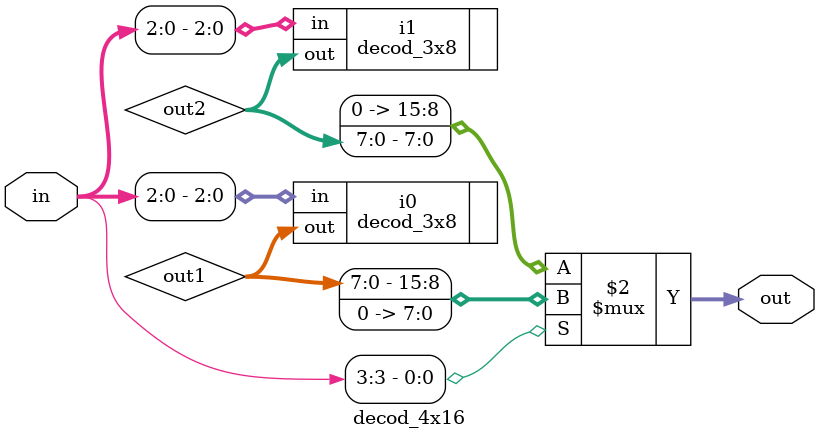
<source format=v>
module decod_4x16 (
    input [3:0] in,
    output reg [15:0] out
);
    wire [7:0] out1, out2;

    decod_3x8 i0 (.in(in[2:0]), .out(out1));
    decod_3x8 i1 (.in(in[2:0]), .out(out2));

    always @(*) begin
        out = in[3] ? {out1, 8'b0000_0000} : {8'b0000_0000, out2};
    end

endmodule
</source>
